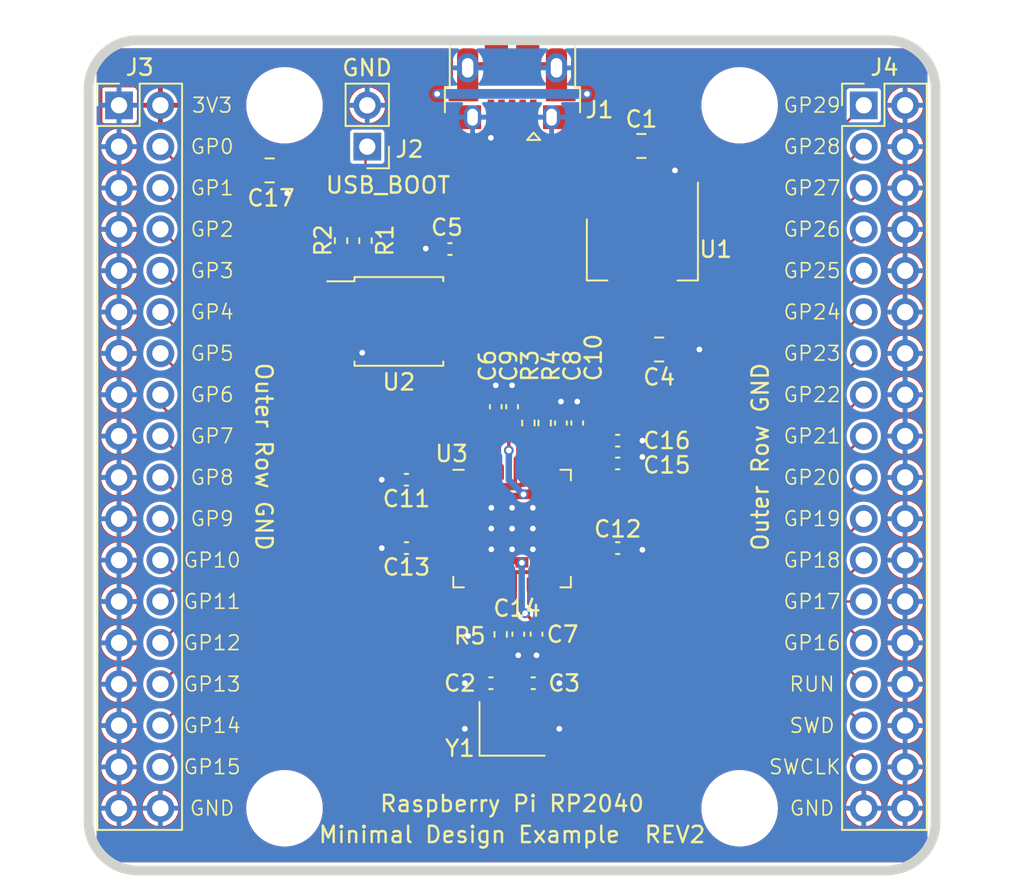
<source format=kicad_pcb>
(kicad_pcb (version 20221018) (generator pcbnew)
  (title_block (title "RP2040 Minimal Design Example") (date "2024-01-16") (rev "REV2") (company "Raspberry Pi Ltd"))
  (layers (0 "F.Cu" signal) (31 "B.Cu" signal) (34 "B.Paste" user) (35 "F.Paste" user) (36 "B.SilkS" user "B.Silkscreen") (37 "F.SilkS" user "F.Silkscreen") (38 "B.Mask" user) (39 "F.Mask" user) (44 "Edge.Cuts" user))
  (net 0 "")
  (net 1 "GND")
  (net 2 "VBUS")
  (net 3 "/XIN")
  (net 4 "/XOUT")
  (net 5 "+3V3")
  (net 6 "+1V1")
  (net 8 "/~{USB_BOOT}")
  (net 9 "/GPIO15")
  (net 10 "/GPIO14")
  (net 11 "/GPIO13")
  (net 12 "/GPIO12")
  (net 13 "/GPIO11")
  (net 14 "/GPIO10")
  (net 15 "/GPIO9")
  (net 16 "/GPIO8")
  (net 17 "/GPIO7")
  (net 18 "/GPIO6")
  (net 19 "/GPIO5")
  (net 20 "/GPIO4")
  (net 21 "/GPIO3")
  (net 22 "/GPIO2")
  (net 23 "/GPIO1")
  (net 24 "/GPIO0")
  (net 25 "/GPIO29_ADC3")
  (net 26 "/GPIO28_ADC2")
  (net 27 "/GPIO27_ADC1")
  (net 28 "/GPIO26_ADC0")
  (net 29 "/GPIO25")
  (net 30 "/GPIO24")
  (net 31 "/GPIO23")
  (net 32 "/GPIO22")
  (net 33 "/GPIO21")
  (net 34 "/GPIO20")
  (net 35 "/GPIO19")
  (net 36 "/GPIO18")
  (net 37 "/GPIO17")
  (net 38 "/GPIO16")
  (net 39 "/RUN")
  (net 40 "/SWD")
  (net 41 "/SWCLK")
  (net 42 "/QSPI_SS")
  (net 43 "Net-(U3-USB_DP)")
  (net 44 "Net-(U3-USB_DM)")
  (net 45 "/QSPI_SD3")
  (net 46 "/QSPI_SCLK")
  (net 47 "/QSPI_SD0")
  (net 48 "/QSPI_SD2")
  (net 49 "/QSPI_SD1")
  (net 50 "/USB_D+")
  (net 51 "/USB_D-")
  (net 52 "Net-(C3-Pad1)")
  (footprint "Capacitor_SMD:C_0805_2012Metric" (layer "F.Cu") (at 109.025 89)
    (fp_text reference "C4")
    (fp_text value "10u")
  )
  (footprint "RP2040_minimal:USB_Micro-B_Amphenol_10103594-0001LF_Horizontal_modified" (layer "F.Cu") (at 100 71.7 180)
    (fp_text reference "J1")
    (fp_text value "USB_B_Micro")
  )
  (footprint "Connector_PinHeader_2.54mm:PinHeader_1x02_P2.54mm_Vertical" (layer "F.Cu") (at 91.11 76.54 180)
    (fp_text reference "J2")
    (fp_text value "Conn_01x02")
  )
  (footprint "Connector_PinHeader_2.54mm:PinHeader_2x18_P2.54mm_Vertical" (layer "F.Cu") (at 75.87 74)
    (fp_text reference "J3")
    (fp_text value "Conn_02x18_Odd_Even")
  )
  (footprint "Capacitor_SMD:C_0402_1005Metric" (layer "F.Cu") (at 104 93.515 90)
    (fp_text reference "C10")
    (fp_text value "1u")
  )
  (footprint "Capacitor_SMD:C_0402_1005Metric" (layer "F.Cu") (at 103 93.515 90)
    (fp_text reference "C8")
    (fp_text value "1u")
  )
  (footprint "Capacitor_SMD:C_0402_1005Metric" (layer "F.Cu") (at 93.515 101.2 180)
    (fp_text reference "C13")
    (fp_text value "100n")
  )
  (footprint "Capacitor_SMD:C_0402_1005Metric" (layer "F.Cu") (at 96.185 82.83 180)
    (fp_text reference "C5")
    (fp_text value "100n")
  )
  (footprint "Resistor_SMD:R_0402_1005Metric" (layer "F.Cu") (at 89.5 82.315 -90)
    (fp_text reference "R2")
    (fp_text value "DNF")
  )
  (footprint "Connector_PinHeader_2.54mm:PinHeader_2x18_P2.54mm_Vertical" (layer "F.Cu") (at 121.59 74)
    (fp_text reference "J4")
    (fp_text value "Conn_02x18_Odd_Even")
  )
  (footprint "Package_TO_SOT_SMD:SOT-223-3_TabPin2" (layer "F.Cu") (at 108 82.85 -90)
    (fp_text reference "U1")
    (fp_text value "NCP1117-3.3_SOT223")
  )
  (footprint "Package_SO:SOIC-8_5.23x5.23mm_P1.27mm" (layer "F.Cu") (at 93.05 87.275)
    (fp_text reference "U2")
    (fp_text value "W25Q128JVS")
  )
  (footprint "Resistor_SMD:R_0402_1005Metric" (layer "F.Cu") (at 91 82.315 90)
    (fp_text reference "R1")
    (fp_text value "1k")
  )
  (footprint "Capacitor_SMD:C_0402_1005Metric" (layer "F.Cu") (at 100 92.515 90)
    (fp_text reference "C9")
    (fp_text value "100n")
  )
  (footprint "Capacitor_SMD:C_0402_1005Metric" (layer "F.Cu") (at 106.485 101.2)
    (fp_text reference "C12")
    (fp_text value "100n")
  )
  (footprint "Capacitor_SMD:C_0402_1005Metric" (layer "F.Cu") (at 100.381 106.485 -90)
    (fp_text reference "C14")
    (fp_text value "100n")
  )
  (footprint "Resistor_SMD:R_0402_1005Metric" (layer "F.Cu") (at 101 93.515 -90)
    (fp_text reference "R3")
    (fp_text value "27")
  )
  (footprint "Capacitor_SMD:C_0402_1005Metric" (layer "F.Cu") (at 101.5 106.485 -90)
    (fp_text reference "C7")
    (fp_text value "100n")
  )
  (footprint "Capacitor_SMD:C_0805_2012Metric" (layer "F.Cu") (at 107.9375 76.5)
    (fp_text reference "C1")
    (fp_text value "10u")
  )
  (footprint "Capacitor_SMD:C_0402_1005Metric" (layer "F.Cu") (at 93.515 97 180)
    (fp_text reference "C11")
    (fp_text value "100n")
  )
  (footprint "Capacitor_SMD:C_0402_1005Metric" (layer "F.Cu") (at 106.485 94.6)
    (fp_text reference "C16")
    (fp_text value "100n")
  )
  (footprint "RP2040_minimal:RP2040-QFN-56" (layer "F.Cu") (at 100 100)
    (fp_text reference "U3")
    (fp_text value "RP2040")
  )
  (footprint "MountingHole:MountingHole_2.7mm_M2.5" (layer "F.Cu") (at 113.97 74)
    (fp_text reference "H2" hide)
    (fp_text value "MountingHole")
  )
  (footprint "Resistor_SMD:R_0402_1005Metric" (layer "F.Cu") (at 102 93.515 -90)
    (fp_text reference "R4")
    (fp_text value "27")
  )
  (footprint "MountingHole:MountingHole_2.7mm_M2.5" (layer "F.Cu") (at 113.97 117.18)
    (fp_text reference "H3" hide)
    (fp_text value "MountingHole")
  )
  (footprint "Capacitor_SMD:C_0402_1005Metric" (layer "F.Cu") (at 99 92.515 90)
    (fp_text reference "C6")
    (fp_text value "100n")
  )
  (footprint "Capacitor_SMD:C_0402_1005Metric" (layer "F.Cu") (at 106.485 96)
    (fp_text reference "C15")
    (fp_text value "100n")
  )
  (footprint "MountingHole:MountingHole_2.7mm_M2.5" (layer "F.Cu") (at 86.03 74)
    (fp_text reference "H1" hide)
    (fp_text value "MountingHole")
  )
  (footprint "MountingHole:MountingHole_2.7mm_M2.5" (layer "F.Cu") (at 86.03 117.18)
    (fp_text reference "H4" hide)
    (fp_text value "MountingHole")
  )
  (footprint "Capacitor_SMD:C_0805_2012Metric" (layer "F.Cu") (at 85.115 78)
    (fp_text reference "C17")
    (fp_text value "10u")
  )
  (footprint "Capacitor_SMD:C_0402_1005Metric" (layer "F.Cu") (at 98.7 109.5 180)
    (fp_text reference "C2")
    (fp_text value "15p")
  )
  (footprint "Capacitor_SMD:C_0402_1005Metric" (layer "F.Cu") (at 101.3 109.5)
    (fp_text reference "C3")
    (fp_text value "15p")
  )
  (footprint "Crystal:Crystal_SMD_3225-4Pin_3.2x2.5mm" (layer "F.Cu") (at 100 112.3)
    (fp_text reference "Y1")
    (fp_text value "ABM8-272-T3")
  )
  (footprint "Resistor_SMD:R_0402_1005Metric" (layer "F.Cu") (at 99.3 106.5 -90)
    (fp_text reference "R5")
    (fp_text value "1k")
  )
  (gr_line (start 123 121) (end 77 121) (stroke (width 0.6)) (layer "Edge.Cuts"))
  (gr_line (start 126 73) (end 126 118) (stroke (width 0.6)) (layer "Edge.Cuts"))
  (gr_line (start 77 70) (end 123 70) (stroke (width 0.6)) (layer "Edge.Cuts"))
  (gr_line (start 74 118) (end 74 73) (stroke (width 0.6)) (layer "Edge.Cuts"))
  (gr_arc (start 126 118) (mid 125.12132 120.12132) (end 123 121) (stroke (width 0.6)) (layer "Edge.Cuts"))
  (gr_arc (start 123 70) (mid 125.12132 70.87868) (end 126 73) (stroke (width 0.6)) (layer "Edge.Cuts"))
  (gr_arc (start 74 73) (mid 74.87868 70.87868) (end 77 70) (stroke (width 0.6)) (layer "Edge.Cuts"))
  (gr_arc (start 77 121) (mid 74.87868 120.12132) (end 74 118) (stroke (width 0.6)) (layer "Edge.Cuts"))
  (gr_text "GP1" (at 81.585 79.08) (layer "F.SilkS") (effects (font (size 0.9 0.9) (thickness 0.1))))
  (gr_text "GP2" (at 81.585 81.62) (layer "F.SilkS") (effects (font (size 0.9 0.9) (thickness 0.1))))
  (gr_text "GP3" (at 81.585 84.16) (layer "F.SilkS") (effects (font (size 0.9 0.9) (thickness 0.1))))
  (gr_text "GP4" (at 81.585 86.7) (layer "F.SilkS") (effects (font (size 0.9 0.9) (thickness 0.1))))
  (gr_text "GP5" (at 81.585 89.24) (layer "F.SilkS") (effects (font (size 0.9 0.9) (thickness 0.1))))
  (gr_text "GP6" (at 81.585 91.78) (layer "F.SilkS") (effects (font (size 0.9 0.9) (thickness 0.1))))
  (gr_text "GP7" (at 81.585 94.32) (layer "F.SilkS") (effects (font (size 0.9 0.9) (thickness 0.1))))
  (gr_text "GP8" (at 81.585 96.86) (layer "F.SilkS") (effects (font (size 0.9 0.9) (thickness 0.1))))
  (gr_text "GP9" (at 81.585 99.4) (layer "F.SilkS") (effects (font (size 0.9 0.9) (thickness 0.1))))
  (gr_text "GP11" (at 81.585 104.48) (layer "F.SilkS") (effects (font (size 0.9 0.9) (thickness 0.1))))
  (gr_text "GP10" (at 81.585 101.94) (layer "F.SilkS") (effects (font (size 0.9 0.9) (thickness 0.1))))
  (gr_text "GP12" (at 81.585 107.02) (layer "F.SilkS") (effects (font (size 0.9 0.9) (thickness 0.1))))
  (gr_text "GP13" (at 81.585 109.56) (layer "F.SilkS") (effects (font (size 0.9 0.9) (thickness 0.1))))
  (gr_text "GP15" (at 81.585 114.64) (layer "F.SilkS") (effects (font (size 0.9 0.9) (thickness 0.1))))
  (gr_text "GP14" (at 81.585 112.1) (layer "F.SilkS") (effects (font (size 0.9 0.9) (thickness 0.1))))
  (gr_text "GP28" (at 118.415 76.54) (layer "F.SilkS") (effects (font (size 0.9 0.9) (thickness 0.1))))
  (gr_text "GP27" (at 118.415 79.08) (layer "F.SilkS") (effects (font (size 0.9 0.9) (thickness 0.1))))
  (gr_text "GP26" (at 118.415 81.62) (layer "F.SilkS") (effects (font (size 0.9 0.9) (thickness 0.1))))
  (gr_text "GP25" (at 118.415 84.16) (layer "F.SilkS") (effects (font (size 0.9 0.9) (thickness 0.1))))
  (gr_text "GP24" (at 118.415 86.7) (layer "F.SilkS") (effects (font (size 0.9 0.9) (thickness 0.1))))
  (gr_text "GP23" (at 118.415 89.24) (layer "F.SilkS") (effects (font (size 0.9 0.9) (thickness 0.1))))
  (gr_text "GP21" (at 118.415 94.32) (layer "F.SilkS") (effects (font (size 0.9 0.9) (thickness 0.1))))
  (gr_text "GP20" (at 118.415 96.86) (layer "F.SilkS") (effects (font (size 0.9 0.9) (thickness 0.1))))
  (gr_text "GP19" (at 118.415 99.4) (layer "F.SilkS") (effects (font (size 0.9 0.9) (thickness 0.1))))
  (gr_text "GP17" (at 118.415 104.48) (layer "F.SilkS") (effects (font (size 0.9 0.9) (thickness 0.1))))
  (gr_text "GP22" (at 118.415 91.78) (layer "F.SilkS") (effects (font (size 0.9 0.9) (thickness 0.1))))
  (gr_text "GP18" (at 118.415 101.94) (layer "F.SilkS") (effects (font (size 0.9 0.9) (thickness 0.1))))
  (gr_text "SWCLK" (at 117.9705 114.64) (layer "F.SilkS") (effects (font (size 0.9 0.9) (thickness 0.1))))
  (gr_text "SWD" (at 118.415 112.1) (layer "F.SilkS") (effects (font (size 0.9 0.9) (thickness 0.1))))
  (gr_text "GP16" (at 118.415 107.02) (layer "F.SilkS") (effects (font (size 0.9 0.9) (thickness 0.1))))
  (gr_text "RUN" (at 118.415 109.56) (layer "F.SilkS") (effects (font (size 0.9 0.9) (thickness 0.1))))
  (gr_text "GND" (at 81.585 117.18) (layer "F.SilkS") (effects (font (size 0.9 0.9) (thickness 0.1))))
  (gr_text "GND" (at 118.415 117.18) (layer "F.SilkS") (effects (font (size 0.9 0.9) (thickness 0.1))))
  (gr_text "GP29" (at 118.415 74) (layer "F.SilkS") (effects (font (size 0.9 0.9) (thickness 0.1))))
  (gr_text "Outer Row GND" (at 84.76 95.59 270) (layer "F.SilkS") (effects (font (size 1 1))))
  (gr_text "Outer Row GND" (at 115.24 95.59 90) (layer "F.SilkS") (effects (font (size 1 1))))
  (gr_text "Raspberry Pi RP2040" (at 100 116.9) (layer "F.SilkS") (effects (font (size 1 1))))
  (gr_text "Minimal Design Example  REV2" (at 100 118.8) (layer "F.SilkS") (effects (font (size 1 1))))
  (gr_text "GND" (at 91.1 71.7) (layer "F.SilkS") (effects (font (size 1 1))))
  (gr_text "GP0" (at 81.585 76.54) (layer "F.SilkS") (effects (font (size 0.9 0.9) (thickness 0.1))))
  (gr_text "3V3" (at 81.585 74) (layer "F.SilkS") (effects (font (size 0.9 0.9) (thickness 0.1))))
  (gr_text "\nUSB_BOOT" (at 92.38 78.1) (layer "F.SilkS") (effects (font (size 1 1))))
  (segment (start 93.03 101.2) (end 92 101.2) (width 0.2) (layer "F.Cu") (net 1))
  (segment (start 104 93.03) (end 104 92.2) (width 0.2) (layer "F.Cu") (net 1))
  (segment (start 106.97 101.2) (end 107.075 101.305) (width 0.2) (layer "F.Cu") (net 1))
  (segment (start 106.97 94.6) (end 108 94.6) (width 0.2) (layer "F.Cu") (net 1))
  (segment (start 98.7 74.6) (end 98.7 76) (width 0.2) (layer "F.Cu") (net 1))
  (segment (start 107.075 101.305) (end 108 101.305) (width 0.2) (layer "F.Cu") (net 1))
  (segment (start 110.3 79.7) (end 110.3 78.3) (width 0.2) (layer "F.Cu") (net 1))
  (segment (start 102.46 71.45) (end 102.73 71.72) (width 0.2) (layer "F.Cu") (net 1))
  (segment (start 110.3 78.3) (end 110 78) (width 0.2) (layer "F.Cu") (net 1))
  (segment (start 95.375 82.8) (end 94.7 82.8) (width 0.2) (layer "F.Cu") (net 1))
  (segment (start 101.5 106.97) (end 101.5 107.782004) (width 0.2) (layer "F.Cu") (net 1))
  (segment (start 106.97 96) (end 107.6 96) (width 0.15) (layer "F.Cu") (net 1))
  (segment (start 97.54 71.45) (end 97.27 71.72) (width 0.2) (layer "F.Cu") (net 1))
  (segment (start 108.875 76.875) (end 110 78) (width 0.2) (layer "F.Cu") (net 1))
  (segment (start 89.45 89.18) (end 90.78 89.18) (width 0.2) (layer "F.Cu") (net 1))
  (segment (start 86.14 78) (end 86.14 79.35) (width 0.15) (layer "F.Cu") (net 1))
  (segment (start 110.05 89) (end 111.5 89) (width 0.2) (layer "F.Cu") (net 1))
  (segment (start 99 104.6545) (end 99 103.4375) (width 0.15) (layer "F.Cu") (net 1))
  (segment (start 99.04 71.45) (end 97.54 71.45) (width 0.2) (layer "F.Cu") (net 1))
  (segment (start 97.3 106.6) (end 97.3 106.3545) (width 0.15) (layer "F.Cu") (net 1))
  (segment (start 99 92.03) (end 99 91.200008) (width 0.2) (layer "F.Cu") (net 1))
  (segment (start 107.6 96) (end 108 95.6) (width 0.15) (layer "F.Cu") (net 1))
  (segment (start 95.7 82.83) (end 95.405 82.83) (width 0.2) (layer "F.Cu") (net 1))
  (segment (start 100.381 107.781984) (end 100.380994 107.78199) (width 0.2) (layer "F.Cu") (net 1))
  (segment (start 100.381 106.97) (end 100.381 107.781984) (width 0.2) (layer "F.Cu") (net 1))
  (segment (start 100 92.03) (end 100 91.2) (width 0.2) (layer "F.Cu") (net 1))
  (segment (start 103 93.03) (end 103 92.2) (width 0.2) (layer "F.Cu") (net 1))
  (segment (start 93.03 97) (end 92 97) (width 0.2) (layer "F.Cu") (net 1))
  (segment (start 95.405 82.83) (end 95.375 82.8) (width 0.2) (layer "F.Cu") (net 1))
  (segment (start 90.78 89.18) (end 90.8 89.2) (width 0.2) (layer "F.Cu") (net 1))
  (segment (start 86.14 79.35) (end 86.19 79.4) (width 0.15) (layer "F.Cu") (net 1))
  (segment (start 97.3 106.3545) (end 99 104.6545) (width 0.15) (layer "F.Cu") (net 1))
  (segment (start 100.96 71.45) (end 102.46 71.45) (width 0.2) (layer "F.Cu") (net 1))
  (segment (start 108.875 76.5) (end 108.875 76.875) (width 0.2) (layer "F.Cu") (net 1))
  (via (at 97.1 112.3) (size 0.6) (drill 0.35) (layers "F.Cu" "B.Cu") (net 1))
  (via (at 97.1 109.5) (size 0.6) (drill 0.35) (layers "F.Cu" "B.Cu") (net 1))
  (via (at 102.9 109.5) (size 0.6) (drill 0.35) (layers "F.Cu" "B.Cu") (net 1))
  (via (at 99 91.200008) (size 0.6) (drill 0.35) (layers "F.Cu" "B.Cu") (net 1))
  (via (at 97.3 106.6) (size 0.6) (drill 0.35) (layers "F.Cu" "B.Cu") (net 1))
  (via (at 92 97) (size 0.6) (drill 0.35) (layers "F.Cu" "B.Cu") (net 1))
  (via (at 98.7 76) (size 0.6) (drill 0.35) (layers "F.Cu" "B.Cu") (net 1))
  (via (at 108 101.305) (size 0.6) (drill 0.35) (layers "F.Cu" "B.Cu") (net 1))
  (via (at 86.19 79.4) (size 0.6) (drill 0.35) (layers "F.Cu" "B.Cu") (net 1))
  (via (at 101.5 107.782004) (size 0.6) (drill 0.35) (layers "F.Cu" "B.Cu") (net 1))
  (via (at 102.9 112.3) (size 0.6) (drill 0.35) (layers "F.Cu" "B.Cu") (net 1))
  (via (at 92 101.2) (size 0.6) (drill 0.35) (layers "F.Cu" "B.Cu") (net 1))
  (via (at 108 94.6) (size 0.6) (drill 0.35) (layers "F.Cu" "B.Cu") (net 1))
  (via (at 111.5 89) (size 0.6) (drill 0.35) (layers "F.Cu" "B.Cu") (net 1))
  (via (at 103 92.2) (size 0.6) (drill 0.35) (layers "F.Cu" "B.Cu") (net 1))
  (via (at 94.7 82.8) (size 0.6) (drill 0.35) (layers "F.Cu" "B.Cu") (net 1))
  (via (at 100.380994 107.78199) (size 0.6) (drill 0.35) (layers "F.Cu" "B.Cu") (net 1))
  (via (at 108 95.6) (size 0.6) (drill 0.35) (layers "F.Cu" "B.Cu") (net 1))
  (via (at 90.8 89.2) (size 0.6) (drill 0.35) (layers "F.Cu" "B.Cu") (net 1))
  (via (at 104 92.2) (size 0.6) (drill 0.35) (layers "F.Cu" "B.Cu") (net 1))
  (via (at 110 78) (size 0.6) (drill 0.35) (layers "F.Cu" "B.Cu") (net 1))
  (via (at 100 91.2) (size 0.6) (drill 0.35) (layers "F.Cu" "B.Cu") (net 1))
  (segment (start 103.299999 92.499999) (end 103 92.2) (width 0.2) (layer "B.Cu") (net 1))
  (segment (start 104 93) (end 103.8 93) (width 0.2) (layer "B.Cu") (net 1))
  (segment (start 103.8 93) (end 103.299999 92.499999) (width 0.2) (layer "B.Cu") (net 1))
  (segment (start 101.3 74.525) (end 101.3 75.5) (width 0.4) (layer "F.Cu") (net 2))
  (segment (start 101.3 75.5) (end 102.1 76.3) (width 0.4) (layer "F.Cu") (net 2))
  (segment (start 99.4 104.937861) (end 98.6 105.737861) (width 0.15) (layer "F.Cu") (net 3))
  (segment (start 99.4 103.4375) (end 99.4 104.937861) (width 0.15) (layer "F.Cu") (net 3))
  (segment (start 98.6 108.92) (end 99.18 109.5) (width 0.15) (layer "F.Cu") (net 3))
  (segment (start 99.18 109.5) (end 100 110.32) (width 0.15) (layer "F.Cu") (net 3))
  (segment (start 98.6 105.737861) (end 98.6 108.92) (width 0.15) (layer "F.Cu") (net 3))
  (segment (start 100 112.3) (end 99.15 113.15) (width 0.15) (layer "F.Cu") (net 3))
  (segment (start 99.15 113.15) (end 98.9 113.15) (width 0.15) (layer "F.Cu") (net 3))
  (segment (start 100 110.32) (end 100 112.3) (width 0.15) (layer "F.Cu") (net 3))
  (segment (start 99.8 105.1) (end 99.3 105.6) (width 0.15) (layer "F.Cu") (net 4))
  (segment (start 99.3 105.6) (end 99.3 105.99) (width 0.15) (layer "F.Cu") (net 4))
  (segment (start 99.8 103.4375) (end 99.8 105.1) (width 0.15) (layer "F.Cu") (net 4))
  (segment (start 96.5625 101) (end 94.2 101) (width 0.2) (layer "F.Cu") (net 5))
  (segment (start 100.2 102.8) (end 100 102.6) (width 0.2) (layer "F.Cu") (net 5))
  (segment (start 94.2 101) (end 94 101.2) (width 0.2) (layer "F.Cu") (net 5))
  (segment (start 100.9525 106.2515) (end 100.9525 108.163) (width 0.15) (layer "F.Cu") (net 5))
  (segment (start 103.4375 101) (end 102.6 101) (width 0.2) (layer "F.Cu") (net 5))
  (segment (start 100.2 95.7) (end 100.2 96.5625) (width 0.2) (layer "F.Cu") (net 5))
  (segment (start 96.5625 101) (end 97.4 101) (width 0.2) (layer "F.Cu") (net 5))
  (segment (start 100.2 105.5055) (end 100.381 105.6865) (width 0.2) (layer "F.Cu") (net 5))
  (segment (start 100.6 95.799998) (end 100.350001 95.549999) (width 0.2) (layer "F.Cu") (net 5))
  (segment (start 100.381 106) (end 100.701 106) (width 0.15) (layer "F.Cu") (net 5))
  (segment (start 100.6 97.2) (end 100.4 97.4) (width 0.2) (layer "F.Cu") (net 5))
  (segment (start 103.4375 101) (end 105.8 101) (width 0.2) (layer "F.Cu") (net 5))
  (segment (start 101.096505 108.307005) (end 102.141995 108.307005) (width 0.15) (layer "F.Cu") (net 5))
  (segment (start 100.701 106) (end 100.9525 106.2515) (width 0.15) (layer "F.Cu") (net 5))
  (segment (start 100.350001 94.112535) (end 100.350001 95.549999) (width 0.2) (layer "F.Cu") (net 5))
  (segment (start 100.2 103.4375) (end 100.2 105.5055) (width 0.2) (layer "F.Cu") (net 5))
  (segment (start 105.8 101) (end 106 101.2) (width 0.2) (layer "F.Cu") (net 5))
  (segment (start 96.5625 97.4) (end 97.4 97.4) (width 0.2) (layer "F.Cu") (net 5))
  (segment (start 100 93) (end 100 93.762534) (width 0.2) (layer "F.Cu") (net 5))
  (segment (start 100.6 96.5625) (end 100.6 97.2) (width 0.2) (layer "F.Cu") (net 5))
  (segment (start 100.9525 108.163) (end 101.096505 108.307005) (width 0.15) (layer "F.Cu") (net 5))
  (segment (start 100.6 96.5625) (end 100.6 95.799998) (width 0.2) (layer "F.Cu") (net 5))
  (segment (start 100.2 96.5625) (end 100.2 97.4) (width 0.2) (layer "F.Cu") (net 5))
  (segment (start 108 86) (end 108 89) (width 0.2) (layer "F.Cu") (net 5))
  (segment (start 100.381 105.6865) (end 100.381 106) (width 0.2) (layer "F.Cu") (net 5))
  (segment (start 100.350001 95.549999) (end 100.2 95.7) (width 0.2) (layer "F.Cu") (net 5))
  (segment (start 102.2 96.1) (end 103.6 94.7) (width 0.2) (layer "F.Cu") (net 5))
  (segment (start 100.2 97.4) (end 100.2 97) (width 0.2) (layer "F.Cu") (net 5))
  (segment (start 100 93.762534) (end 100.350001 94.112535) (width 0.2) (layer "F.Cu") (net 5))
  (segment (start 96.65 85.37) (end 96.65 82.85) (width 0.2) (layer "F.Cu") (net 5))
  (segment (start 100.2 103.4375) (end 100.2 102.8) (width 0.2) (layer "F.Cu") (net 5))
  (segment (start 102.2 96.5625) (end 102.2 96.1) (width 0.2) (layer "F.Cu") (net 5))
  (segment (start 96.65 82.85) (end 96.67 82.83) (width 0.2) (layer "F.Cu") (net 5))
  (segment (start 96.5625 97.4) (end 95.7 97.4) (width 0.2) (layer "F.Cu") (net 5))
  (segment (start 74.7 72.9) (end 74.7 75.2) (width 0.3) (layer "F.Cu") (net 5))
  (via (at 104.6 73.3) (size 0.6) (drill 0.35) (layers "F.Cu" "B.Cu") (net 5))
  (via (at 95.4 73.3) (size 0.6) (drill 0.35) (layers "F.Cu" "B.Cu") (net 5))
  (segment (start 104.6 73.3) (end 95.4 73.3) (width 0.6) (layer "B.Cu") (net 5))
  (segment (start 99.8 96.5625) (end 99.8 95.199994) (width 0.2) (layer "F.Cu") (net 6))
  (segment (start 101.8 95.8) (end 103 94.6) (width 0.2) (layer "F.Cu") (net 6))
  (segment (start 99 93.295) (end 99.8 94.095) (width 0.2) (layer "F.Cu") (net 6))
  (segment (start 101.5 105.9) (end 100.8 105.2) (width 0.2) (layer "F.Cu") (net 6))
  (segment (start 100.6 105) (end 100.8 105.2) (width 0.2) (layer "F.Cu") (net 6))
  (segment (start 99.8 94.095) (end 99.8 94.77573) (width 0.2) (layer "F.Cu") (net 6))
  (segment (start 101.5 106) (end 101.5 105.9) (width 0.2) (layer "F.Cu") (net 6))
  (segment (start 101.8 96.5625) (end 101.8 95.8) (width 0.2) (layer "F.Cu") (net 6))
  (segment (start 101.8 96.5625) (end 101.8 97.4) (width 0.2) (layer "F.Cu") (net 6))
  (segment (start 99 93) (end 99 93.295) (width 0.2) (layer "F.Cu") (net 6))
  (segment (start 99.8 94.77573) (end 99.8 95.199994) (width 0.2) (layer "F.Cu") (net 6))
  (segment (start 103 94.6) (end 103 94) (width 0.2) (layer "F.Cu") (net 6))
  (segment (start 100.6 103.4375) (end 100.6 105) (width 0.2) (layer "F.Cu") (net 6))
  (via (at 99.8 95.199994) (size 0.6) (drill 0.35) (layers "F.Cu" "B.Cu") (net 6))
  (via (at 100.7 97.9) (size 0.6) (drill 0.35) (layers "F.Cu" "B.Cu") (net 6))
  (via (at 100.8 105.2) (size 0.6) (drill 0.35) (layers "F.Cu" "B.Cu") (net 6))
  (via (at 100.59997 102.1) (size 0.6) (drill 0.35) (layers "F.Cu" "B.Cu") (net 6))
  (segment (start 100.8 105.2) (end 100.59 104.99) (width 0.4) (layer "B.Cu") (net 6))
  (segment (start 100.59 104.99) (end 100.59 102.10997) (width 0.4) (layer "B.Cu") (net 6))
  (segment (start 100.59 102.10997) (end 100.59997 102.1) (width 0.4) (layer "B.Cu") (net 6))
  (segment (start 99.8 97.01) (end 100.69 97.9) (width 0.4) (layer "B.Cu") (net 6))
  (segment (start 99.8 95.199994) (end 99.8 97.01) (width 0.4) (layer "B.Cu") (net 6))
  (segment (start 100.69 97.9) (end 100.7 97.9) (width 0.4) (layer "B.Cu") (net 6))
  (segment (start 91 76.65) (end 91.11 76.54) (width 0.15) (layer "F.Cu") (net 8))
  (segment (start 91 81.83) (end 91 76.65) (width 0.15) (layer "F.Cu") (net 8))
  (segment (start 98.6 104.437861) (end 96.687861 106.35) (width 0.15) (layer "F.Cu") (net 9))
  (segment (start 96.687861 106.35) (end 86.7 106.35) (width 0.15) (layer "F.Cu") (net 9))
  (segment (start 86.7 106.35) (end 78.41 114.64) (width 0.15) (layer "F.Cu") (net 9))
  (segment (start 98.6 103.4375) (end 98.6 104.437861) (width 0.15) (layer "F.Cu") (net 9))
  (segment (start 84.795 105.715) (end 78.41 112.1) (width 0.15) (layer "F.Cu") (net 10))
  (segment (start 98.2 104.19) (end 96.675 105.715) (width 0.15) (layer "F.Cu") (net 10))
  (segment (start 98.2 103.4375) (end 98.2 104.19) (width 0.15) (layer "F.Cu") (net 10))
  (segment (start 96.675 105.715) (end 84.795 105.715) (width 0.15) (layer "F.Cu") (net 10))
  (segment (start 96.595 105.08) (end 82.89 105.08) (width 0.15) (layer "F.Cu") (net 11))
  (segment (start 82.89 105.08) (end 78.41 109.56) (width 0.15) (layer "F.Cu") (net 11))
  (segment (start 97.8 103.4375) (end 97.8 103.875) (width 0.15) (layer "F.Cu") (net 11))
  (segment (start 97.8 103.875) (end 96.595 105.08) (width 0.15) (layer "F.Cu") (net 11))
  (segment (start 97.4 103.4375) (end 97.3 103.5375) (width 0.15) (layer "F.Cu") (net 12))
  (segment (start 97.3 103.5375) (end 97.0975 103.5375) (width 0.15) (layer "F.Cu") (net 12))
  (segment (start 80.985 104.445) (end 78.41 107.02) (width 0.15) (layer "F.Cu") (net 12))
  (segment (start 97.0975 103.5375) (end 96.19 104.445) (width 0.15) (layer "F.Cu") (net 12))
  (segment (start 96.19 104.445) (end 80.985 104.445) (width 0.15) (layer "F.Cu") (net 12))
  (segment (start 79.08 103.81) (end 78.41 104.48) (width 0.15) (layer "F.Cu") (net 13))
  (segment (start 96.5625 102.6) (end 96.13 102.6) (width 0.15) (layer "F.Cu") (net 13))
  (segment (start 94.92 103.81) (end 79.08 103.81) (width 0.15) (layer "F.Cu") (net 13))
  (segment (start 96.13 102.6) (end 94.92 103.81) (width 0.15) (layer "F.Cu") (net 13))
  (segment (start 96.5625 102.2) (end 95.26 102.2) (width 0.15) (layer "F.Cu") (net 14))
  (segment (start 95.26 102.2) (end 94.285 103.175) (width 0.15) (layer "F.Cu") (net 14))
  (segment (start 79.645 103.175) (end 78.41 101.94) (width 0.15) (layer "F.Cu") (net 14))
  (segment (start 94.285 103.175) (end 79.645 103.175) (width 0.15) (layer "F.Cu") (net 14))
  (segment (start 94.285 102.54) (end 81.55 102.54) (width 0.15) (layer "F.Cu") (net 15))
  (segment (start 81.55 102.54) (end 78.41 99.4) (width 0.15) (layer "F.Cu") (net 15))
  (segment (start 96.5625 101.8) (end 95.025 101.8) (width 0.15) (layer "F.Cu") (net 15))
  (segment (start 95.025 101.8) (end 94.285 102.54) (width 0.15) (layer "F.Cu") (net 15))
  (segment (start 83.455 101.905) (end 78.41 96.86) (width 0.15) (layer "F.Cu") (net 16))
  (segment (start 94.285 101.905) (end 83.455 101.905) (width 0.15) (layer "F.Cu") (net 16))
  (segment (start 94.79 101.4) (end 94.285 101.905) (width 0.15) (layer "F.Cu") (net 16))
  (segment (start 96.5625 101.4) (end 94.79 101.4) (width 0.15) (layer "F.Cu") (net 16))
  (segment (start 96.5625 100.6) (end 84.69 100.6) (width 0.15) (layer "F.Cu") (net 17))
  (segment (start 84.69 100.6) (end 78.41 94.32) (width 0.15) (layer "F.Cu") (net 17))
  (segment (start 86.23 100.2) (end 78.41 92.38) (width 0.15) (layer "F.Cu") (net 18))
  (segment (start 78.41 92.38) (end 78.41 91.78) (width 0.15) (layer "F.Cu") (net 18))
  (segment (start 96.5625 100.2) (end 86.23 100.2) (width 0.15) (layer "F.Cu") (net 18))
  (segment (start 96.5625 99.8) (end 87.1 99.8) (width 0.15) (layer "F.Cu") (net 19))
  (segment (start 79.68 90.51) (end 78.41 89.24) (width 0.15) (layer "F.Cu") (net 19))
  (segment (start 87.1 99.8) (end 79.68 92.38) (width 0.15) (layer "F.Cu") (net 19))
  (segment (start 79.68 92.38) (end 79.68 90.51) (width 0.15) (layer "F.Cu") (net 19))
  (segment (start 80.95 92.38) (end 80.95 89.24) (width 0.15) (layer "F.Cu") (net 20))
  (segment (start 80.95 89.24) (end 78.41 86.7) (width 0.15) (layer "F.Cu") (net 20))
  (segment (start 96.5625 99.4) (end 87.97 99.4) (width 0.15) (layer "F.Cu") (net 20))
  (segment (start 87.97 99.4) (end 80.95 92.38) (width 0.15) (layer "F.Cu") (net 20))
  (segment (start 88.84 99) (end 82.22 92.38) (width 0.15) (layer "F.Cu") (net 21))
  (segment (start 96.5625 99) (end 88.84 99) (width 0.15) (layer "F.Cu") (net 21))
  (segment (start 82.22 87.9525) (end 78.4275 84.16) (width 0.15) (layer "F.Cu") (net 21))
  (segment (start 82.22 92.38) (end 82.22 87.9525) (width 0.15) (layer "F.Cu") (net 21))
  (segment (start 78.4275 84.16) (end 78.41 84.16) (width 0.15) (layer "F.Cu") (net 21))
  (segment (start 96.5625 98.6) (end 89.71 98.6) (width 0.15) (layer "F.Cu") (net 22))
  (segment (start 83.49 86.6825) (end 78.4275 81.62) (width 0.15) (layer "F.Cu") (net 22))
  (segment (start 78.4275 81.62) (end 78.41 81.62) (width 0.15) (layer "F.Cu") (net 22))
  (segment (start 83.49 92.38) (end 83.49 86.6825) (width 0.15) (layer "F.Cu") (net 22))
  (segment (start 89.71 98.6) (end 83.49 92.38) (width 0.15) (layer "F.Cu") (net 22))
  (segment (start 84.76 85.4125) (end 78.4275 79.08) (width 0.15) (layer "F.Cu") (net 23))
  (segment (start 90.58 98.2) (end 84.76 92.38) (width 0.15) (layer "F.Cu") (net 23))
  (segment (start 84.76 92.38) (end 84.76 85.4125) (width 0.15) (layer "F.Cu") (net 23))
  (segment (start 96.5625 98.2) (end 90.58 98.2) (width 0.15) (layer "F.Cu") (net 23))
  (segment (start 78.4275 79.08) (end 78.41 79.08) (width 0.15) (layer "F.Cu") (net 23))
  (segment (start 96.5625 97.8) (end 91.45 97.8) (width 0.15) (layer "F.Cu") (net 24))
  (segment (start 86.03 92.38) (end 86.03 84.16) (width 0.15) (layer "F.Cu") (net 24))
  (segment (start 91.45 97.8) (end 86.03 92.38) (width 0.15) (layer "F.Cu") (net 24))
  (segment (start 86.03 84.16) (end 78.41 76.54) (width 0.15) (layer "F.Cu") (net 24))
  (segment (start 121.58125 74) (end 121.59 74) (width 0.15) (layer "F.Cu") (net 25))
  (segment (start 106.645 97.8) (end 112.065 92.38) (width 0.15) (layer "F.Cu") (net 25))
  (segment (start 112.065 92.38) (end 112.065 83.51625) (width 0.15) (layer "F.Cu") (net 25))
  (segment (start 103.4375 97.8) (end 106.645 97.8) (width 0.15) (layer "F.Cu") (net 25))
  (segment (start 112.065 83.51625) (end 121.58125 74) (width 0.15) (layer "F.Cu") (net 25))
  (segment (start 103.4375 98.2) (end 107.515 98.2) (width 0.15) (layer "F.Cu") (net 26))
  (segment (start 107.515 98.2) (end 113.335 92.38) (width 0.15) (layer "F.Cu") (net 26))
  (segment (start 120.93 77.2) (end 121.59 76.54) (width 0.15) (layer "F.Cu") (net 26))
  (segment (start 113.335 92.38) (end 113.335 84.795) (width 0.15) (layer "F.Cu") (net 26))
  (segment (start 113.335 84.795) (end 120.93 77.2) (width 0.15) (layer "F.Cu") (net 26))
  (segment (start 120.92 79.75) (end 121.59 79.08) (width 0.15) (layer "F.Cu") (net 27))
  (segment (start 114.605 86.065) (end 120.92 79.75) (width 0.15) (layer "F.Cu") (net 27))
  (segment (start 114.605 92.38) (end 114.605 86.065) (width 0.15) (layer "F.Cu") (net 27))
  (segment (start 108.385 98.6) (end 114.605 92.38) (width 0.15) (layer "F.Cu") (net 27))
  (segment (start 103.4375 98.6) (end 108.385 98.6) (width 0.15) (layer "F.Cu") (net 27))
  (segment (start 115.875 92.3975) (end 115.875 87.335) (width 0.15) (layer "F.Cu") (net 28))
  (segment (start 120.92 82.29) (end 121.59 81.62) (width 0.15) (layer "F.Cu") (net 28))
  (segment (start 115.875 87.335) (end 120.92 82.29) (width 0.15) (layer "F.Cu") (net 28))
  (segment (start 103.4375 99) (end 109.2725 99) (width 0.15) (layer "F.Cu") (net 28))
  (segment (start 109.2725 99) (end 115.875 92.3975) (width 0.15) (layer "F.Cu") (net 28))
  (segment (start 103.4375 99.4) (end 110.125 99.4) (width 0.15) (layer "F.Cu") (net 29))
  (segment (start 117.145 92.38) (end 117.145 88.605) (width 0.15) (layer "F.Cu") (net 29))
  (segment (start 117.145 88.605) (end 120.92 84.83) (width 0.15) (layer "F.Cu") (net 29))
  (segment (start 110.125 99.4) (end 117.145 92.38) (width 0.15) (layer "F.Cu") (net 29))
  (segment (start 120.92 84.83) (end 121.59 84.16) (width 0.15) (layer "F.Cu") (net 29))
  (segment (start 118.415 89.875) (end 120.92 87.37) (width 0.15) (layer "F.Cu") (net 30))
  (segment (start 110.995 99.8) (end 118.415 92.38) (width 0.15) (layer "F.Cu") (net 30))
  (segment (start 120.92 87.37) (end 121.59 86.7) (width 0.15) (layer "F.Cu") (net 30))
  (segment (start 118.415 92.38) (end 118.415 89.875) (width 0.15) (layer "F.Cu") (net 30))
  (segment (start 103.4375 99.8) (end 110.995 99.8) (width 0.15) (layer "F.Cu") (net 30))
  (segment (start 119.685 91.145) (end 119.685 92.38) (width 0.15) (layer "F.Cu") (net 31))
  (segment (start 111.865 100.2) (end 105.2 100.2) (width 0.15) (layer "F.Cu") (net 31))
  (segment (start 119.685 92.38) (end 111.865 100.2) (width 0.15) (layer "F.Cu") (net 31))
  (segment (start 121.59 89.24) (end 119.685 91.145) (width 0.15) (layer "F.Cu") (net 31))
  (segment (start 105.2 100.2) (end 103.4375 100.2) (width 0.15) (layer "F.Cu") (net 31))
  (segment (start 120.32 93.05) (end 121.59 91.78) (width 0.15) (layer "F.Cu") (net 32))
  (segment (start 112.77 100.6) (end 120.32 93.05) (width 0.15) (layer "F.Cu") (net 32))
  (segment (start 103.4375 100.6) (end 112.77 100.6) (width 0.15) (layer "F.Cu") (net 32))
  (segment (start 105.10875 101.94) (end 113.97 101.94) (width 0.15) (layer "F.Cu") (net 33))
  (segment (start 120.32 95.59) (end 121.59 94.32) (width 0.15) (layer "F.Cu") (net 33))
  (segment (start 113.97 101.94) (end 120.32 95.59) (width 0.15) (layer "F.Cu") (net 33))
  (segment (start 103.4375 101.4) (end 104.56875 101.4) (width 0.15) (layer "F.Cu") (net 33))
  (segment (start 104.56875 101.4) (end 105.10875 101.94) (width 0.15) (layer "F.Cu") (net 33))
  (segment (start 104.305 101.8) (end 105.08 102.575) (width 0.15) (layer "F.Cu") (net 34))
  (segment (start 115.875 102.575) (end 120.32 98.13) (width 0.15) (layer "F.Cu") (net 34))
  (segment (start 103.4375 101.8) (end 104.305 101.8) (width 0.15) (layer "F.Cu") (net 34))
  (segment (start 120.32 98.13) (end 121.59 96.86) (width 0.15) (layer "F.Cu") (net 34))
  (segment (start 105.08 102.575) (end 115.875 102.575) (width 0.15) (layer "F.Cu") (net 34))
  (segment (start 117.78 103.21) (end 120.32 100.67) (width 0.15) (layer "F.Cu") (net 35))
  (segment (start 120.32 100.67) (end 121.59 99.4) (width 0.15) (layer "F.Cu") (net 35))
  (segment (start 105.08 103.21) (end 117.78 103.21) (width 0.15) (layer "F.Cu") (net 35))
  (segment (start 104.07 102.2) (end 105.08 103.21) (width 0.15) (layer "F.Cu") (net 35))
  (segment (start 103.4375 102.2) (end 104.07 102.2) (width 0.15) (layer "F.Cu") (net 35))
  (segment (start 103.835 102.6) (end 103.4375 102.6) (width 0.15) (layer "F.Cu") (net 36))
  (segment (start 105.08 103.845) (end 103.835 102.6) (width 0.15) (layer "F.Cu") (net 36))
  (segment (start 121.59 101.94) (end 119.685 103.845) (width 0.15) (layer "F.Cu") (net 36))
  (segment (start 119.685 103.845) (end 105.08 103.845) (width 0.15) (layer "F.Cu") (net 36))
  (segment (start 103.342681 103.4375) (end 104.385181 104.48) (width 0.15) (layer "F.Cu") (net 37))
  (segment (start 102.6 103.4375) (end 103.342681 103.4375) (width 0.15) (layer "F.Cu") (net 37))
  (segment (start 104.385181 104.48) (end 121.59 104.48) (width 0.15) (layer "F.Cu") (net 37))
  (segment (start 103.315 105.115) (end 102.2 104) (width 0.15) (layer "F.Cu") (net 38))
  (segment (start 119.685 105.115) (end 103.315 105.115) (width 0.15) (layer "F.Cu") (net 38))
  (segment (start 102.2 104) (end 102.2 103.4375) (width 0.15) (layer "F.Cu") (net 38))
  (segment (start 121.59 107.02) (end 119.685 105.115) (width 0.15) (layer "F.Cu") (net 38))
  (segment (start 101.8 104.2) (end 101.8 103.4375) (width 0.15) (layer "F.Cu") (net 39))
  (segment (start 121.59 109.56) (end 117.78 105.75) (width 0.15) (layer "F.Cu") (net 39))
  (segment (start 117.78 105.75) (end 103.35 105.75) (width 0.15) (layer "F.Cu") (net 39))
  (segment (start 103.35 105.75) (end 101.8 104.2) (width 0.15) (layer "F.Cu") (net 39))
  (segment (start 103.385 106.385) (end 101.4 104.4) (width 0.15) (layer "F.Cu") (net 40))
  (segment (start 101.4 104.4) (end 101.4 103.4375) (width 0.15) (layer "F.Cu") (net 40))
  (segment (start 121.59 112.1) (end 115.875 106.385) (width 0.15) (layer "F.Cu") (net 40))
  (segment (start 115.875 106.385) (end 103.385 106.385) (width 0.15) (layer "F.Cu") (net 40))
  (segment (start 113.97 107.02) (end 103.408501 107.02) (width 0.15) (layer "F.Cu") (net 41))
  (segment (start 103.408501 107.02) (end 101 104.611499) (width 0.15) (layer "F.Cu") (net 41))
  (segment (start 121.59 114.64) (end 113.97 107.02) (width 0.15) (layer "F.Cu") (net 41))
  (segment (start 101 104.611499) (end 101 103.4375) (width 0.15) (layer "F.Cu") (net 41))
  (segment (start 97.4 96.4) (end 97.4 96.6) (width 0.15) (layer "F.Cu") (net 42))
  (segment (start 89.45 82.85) (end 89.5 82.8) (width 0.15) (layer "F.Cu") (net 42))
  (segment (start 88.6 91.3) (end 92.3 91.3) (width 0.15) (layer "F.Cu") (net 42))
  (segment (start 87.5 86.8) (end 87.5 90.2) (width 0.15) (layer "F.Cu") (net 42))
  (segment (start 92.3 91.3) (end 97.4 96.4) (width 0.15) (layer "F.Cu") (net 42))
  (segment (start 89.45 85.37) (end 88.93 85.37) (width 0.15) (layer "F.Cu") (net 42))
  (segment (start 87.5 90.2) (end 88.6 91.3) (width 0.15) (layer "F.Cu") (net 42))
  (segment (start 88.93 85.37) (end 87.5 86.8) (width 0.15) (layer "F.Cu") (net 42))
  (segment (start 89.45 85.37) (end 89.45 82.85) (width 0.15) (layer "F.Cu") (net 42))
  (segment (start 89.5 82.8) (end 91 82.8) (width 0.15) (layer "F.Cu") (net 42))
  (segment (start 97.4 96.6) (end 97.4 96.6275) (width 0.15) (layer "F.Cu") (net 42))
  (segment (start 101 96.5625) (end 101 94) (width 0.2) (layer "F.Cu") (net 43))
  (segment (start 101.4 95.3) (end 102 94.7) (width 0.2) (layer "F.Cu") (net 44))
  (segment (start 101.4 96.5625) (end 101.4 95.3) (width 0.2) (layer "F.Cu") (net 44))
  (segment (start 102 94.7) (end 102 94) (width 0.2) (layer "F.Cu") (net 44))
  (segment (start 98.4 87.8) (end 97.24 86.64) (width 0.15) (layer "F.Cu") (net 45))
  (segment (start 99.251321 95.976321) (end 99.251321 94.251321) (width 0.15) (layer "F.Cu") (net 45))
  (segment (start 97.9 92.9) (end 97.9 91.1) (width 0.15) (layer "F.Cu") (net 45))
  (segment (start 99.4 96.125) (end 99.251321 95.976321) (width 0.15) (layer "F.Cu") (net 45))
  (segment (start 99.4 96.5625) (end 99.4 96.125) (width 0.15) (layer "F.Cu") (net 45))
  (segment (start 98.4 90.6) (end 98.4 87.8) (width 0.15) (layer "F.Cu") (net 45))
  (segment (start 99.251321 94.251321) (end 97.9 92.9) (width 0.15) (layer "F.Cu") (net 45))
  (segment (start 97.9 91.1) (end 98.4 90.6) (width 0.15) (layer "F.Cu") (net 45))
  (segment (start 97.24 86.64) (end 96.65 86.64) (width 0.15) (layer "F.Cu") (net 45))
  (segment (start 97.8 88.5) (end 97.21 87.91) (width 0.15) (layer "F.Cu") (net 46))
  (segment (start 99 96.5725) (end 98.95131 96.52381) (width 0.15) (layer "F.Cu") (net 46))
  (segment (start 98.95131 94.75131) (end 97.3 93.1) (width 0.15) (layer "F.Cu") (net 46))
  (segment (start 97.21 87.91) (end 96.65 87.91) (width 0.15) (layer "F.Cu") (net 46))
  (segment (start 98.95131 96.52381) (end 98.95131 94.75131) (width 0.15) (layer "F.Cu") (net 46))
  (segment (start 97.3 90.9) (end 97.8 90.4) (width 0.15) (layer "F.Cu") (net 46))
  (segment (start 97.8 90.4) (end 97.8 88.5) (width 0.15) (layer "F.Cu") (net 46))
  (segment (start 97.3 93.1) (end 97.3 90.9) (width 0.15) (layer "F.Cu") (net 46))
  (segment (start 98.6 95.2) (end 96.7 93.3) (width 0.15) (layer "F.Cu") (net 47))
  (segment (start 96.7 93.3) (end 96.7 89.23) (width 0.15) (layer "F.Cu") (net 47))
  (segment (start 98.6 96.5725) (end 98.6 95.2) (width 0.15) (layer "F.Cu") (net 47))
  (segment (start 96.7 89.23) (end 96.65 89.18) (width 0.15) (layer "F.Cu") (net 47))
  (segment (start 98.2 96.5725) (end 98.2 95.6) (width 0.15) (layer "F.Cu") (net 48))
  (segment (start 98.2 95.6) (end 90.51 87.91) (width 0.15) (layer "F.Cu") (net 48))
  (segment (start 90.51 87.91) (end 89.45 87.91) (width 0.15) (layer "F.Cu") (net 48))
  (segment (start 88.96 86.64) (end 89.45 86.64) (width 0.15) (layer "F.Cu") (net 49))
  (segment (start 88.1 87.5) (end 88.96 86.64) (width 0.15) (layer "F.Cu") (net 49))
  (segment (start 89 90.7) (end 88.1 89.8) (width 0.15) (layer "F.Cu") (net 49))
  (segment (start 88.1 89.8) (end 88.1 87.5) (width 0.15) (layer "F.Cu") (net 49))
  (segment (start 97.8 96) (end 92.5 90.7) (width 0.15) (layer "F.Cu") (net 49))
  (segment (start 97.8 96.5725) (end 97.8 96) (width 0.15) (layer "F.Cu") (net 49))
  (segment (start 92.5 90.7) (end 89 90.7) (width 0.15) (layer "F.Cu") (net 49))
  (segment (start 101.025 83.896752) (end 99.725 82.596752) (width 0.8) (layer "F.Cu") (net 50))
  (segment (start 100 75.8) (end 99.725 76.075) (width 0.4) (layer "F.Cu") (net 50))
  (segment (start 100 74.525) (end 100 75.8) (width 0.4) (layer "F.Cu") (net 50))
  (segment (start 99.725 82.596752) (end 99.725 76.4) (width 0.8) (layer "F.Cu") (net 50))
  (segment (start 101.025 93.005) (end 101.025 83.896752) (width 0.8) (layer "F.Cu") (net 50))
  (segment (start 99.725 76.075) (end 99.725 76.4) (width 0.4) (layer "F.Cu") (net 50))
  (segment (start 101 93.03) (end 101.025 93.005) (width 0.8) (layer "F.Cu") (net 50))
  (segment (start 100.675 82.203248) (end 100.675 76.4) (width 0.8) (layer "F.Cu") (net 51))
  (segment (start 101.975 83.503248) (end 100.675 82.203248) (width 0.8) (layer "F.Cu") (net 51))
  (segment (start 102 93.03) (end 101.975 93.005) (width 0.8) (layer "F.Cu") (net 51))
  (segment (start 101.975 93.005) (end 101.975 83.503248) (width 0.8) (layer "F.Cu") (net 51))
  (segment (start 100.65 74.525) (end 100.65 76.375) (width 0.4) (layer "F.Cu") (net 51))
  (segment (start 100.65 76.375) (end 100.675 76.4) (width 0.4) (layer "F.Cu") (net 51))
  (segment (start 100.7 109.5) (end 100.82 109.5) (width 0.15) (layer "F.Cu") (net 52))
  (segment (start 100.82 111.17) (end 100.82 109.5) (width 0.15) (layer "F.Cu") (net 52))
  (segment (start 101.1 111.45) (end 100.82 111.17) (width 0.15) (layer "F.Cu") (net 52))
  (segment (start 99.3 108.1) (end 100.7 109.5) (width 0.15) (layer "F.Cu") (net 52))
  (segment (start 99.3 107.01) (end 99.3 108.1) (width 0.15) (layer "F.Cu") (net 52))
  (zone (net 2) (net_name "VBUS") (layer "F.Cu") (priority 2) (connect_pads (clearance 0.2)) (min_thickness 0.25) (fill yes (thermal_gap 0.508) (thermal_bridge_width 0.508))
    (polygon (pts (xy 108 78) (xy 106.1 78) (xy 106.1 81.6) (xy 101.7 81.6) (xy 101.7 75.8) (xy 104.3 75.8) (xy 104.3 75) (xy 108 75)))
  )
  (zone (net 6) (net_name "+1V1") (layer "F.Cu") (priority 1) (connect_pads yes (clearance 0.15)) (min_thickness 0.15) (fill yes (thermal_gap 0.508) (thermal_bridge_width 0.508))
    (polygon (pts (xy 102 98.2) (xy 98.4 98.2) (xy 98.4 101.6) (xy 101 101.6) (xy 101 102.4) (xy 100.2 102.4) (xy 100.2 102.2) (xy 97.8 102.2) (xy 97.8 97.8) (xy 100.6 97.8) (xy 100.6 97.6) (xy 101 97.6) (xy 101 97.2) (xy 102 97.2)))
  )
  (zone (net 5) (net_name "+3V3") (layer "F.Cu") (connect_pads yes (clearance 0.15)) (min_thickness 0.15) (fill yes (thermal_gap 0.508) (thermal_bridge_width 0.508))
    (polygon (pts (xy 102.8 102.8) (xy 97.2 102.8) (xy 97.2 97.2) (xy 100 97.2) (xy 100.8 97.2) (xy 102.8 97.2)))
  )
  (zone (net 5) (net_name "+3V3") (layer "F.Cu") (connect_pads (clearance 0.25)) (min_thickness 0.2) (fill yes (thermal_gap 0.3) (thermal_bridge_width 0.3))
    (polygon (pts (xy 125.5 120.5) (xy 74.5 120.5) (xy 74.5 70.5) (xy 125.5 70.5)))
    (polygon (pts (xy 120.32 74) (xy 111.43 82.89) (xy 111.43 92.415) (xy 105.715 98.13) (xy 103.81 98.13) (xy 103.81 103.845) (xy 96.19 103.845) (xy 96.19 98.13) (xy 93.015 98.13) (xy 86.665 91.78) (xy 86.665 83.525) (xy 79.68 76.54) (xy 78.41 76.54) (xy 78.41 114.64) (xy 79.68 114.64) (xy 87.3 107.02) (xy 101.905 107.02) (xy 102.54 107.655) (xy 113.335 107.655) (xy 120.32 114.64) (xy 121.59 114.64) (xy 121.59 74)))
    (polygon (pts (xy 98.8 76.2) (xy 98.8 85.2) (xy 88.4 85.2) (xy 87.1 86.4) (xy 87.1 90.4) (xy 88.6 91.8) (xy 92.1 91.8) (xy 97.1 96.8) (xy 101.1 96.8) (xy 101.1 92.2) (xy 102.9 92.2) (xy 102.9 83) (xy 101.7 81.8) (xy 101.7 76.2)))
  )
  (zone (net 1) (net_name "GND") (layer "F.Cu") (priority 1) (connect_pads (clearance 0.2)) (min_thickness 0.2) (fill yes (thermal_gap 0.3) (thermal_bridge_width 0.3))
    (polygon (pts (xy 103.29 108.6) (xy 103.29 114.6) (xy 96.69 114.6) (xy 96.69 107) (xy 99.99 107) (xy 99.99 108.6)))
  )
  (zone (net 1) (net_name "GND") (layer "B.Cu") (connect_pads (clearance 0.2)) (min_thickness 0.2) (fill yes (thermal_gap 0.3) (thermal_bridge_width 0.3))
    (polygon (pts (xy 125.5 120.5) (xy 74.5 120.5) (xy 74.5 70.5) (xy 125.5 70.5)))
  )
)
</source>
